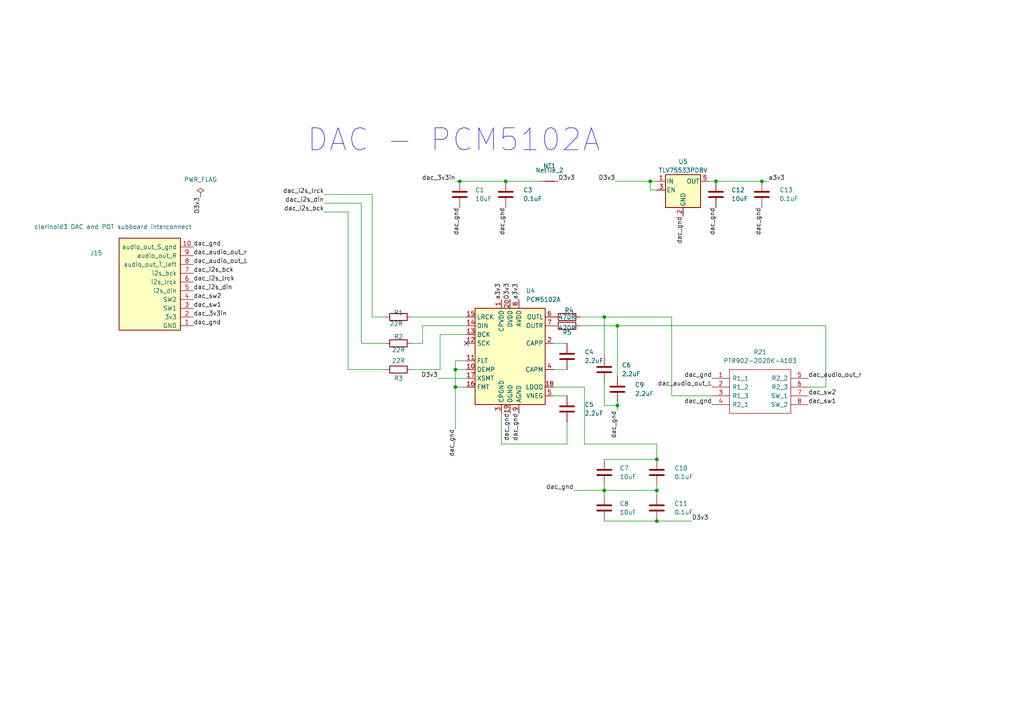
<source format=kicad_sch>
(kicad_sch (version 20211123) (generator eeschema)
  (paper "A4")
  (lib_symbols
    (symbol "Device:C" (pin_numbers hide) (pin_names (offset 0.254))
      (property "Reference" "C" (at 0.635 2.54 0))
      (property "Value" "C" (at 0.635 -2.54 0))
      (symbol "C_0_1"
        (polyline (pts (xy -2.032 -0.762) (xy 2.032 -0.762)) (stroke (width 0.508)))
        (polyline (pts (xy -2.032 0.762) (xy 2.032 0.762)) (stroke (width 0.508)))
      )
      (symbol "C_1_1"
        (pin passive line (at 0 3.81 270) (length 2.794) (name "~") (number "1"))
        (pin passive line (at 0 -3.81 90) (length 2.794) (name "~") (number "2"))
      )
    )
    (symbol "Device:NetTie_2" (pin_numbers hide) (pin_names (offset 0) hide)
      (property "Reference" "NT" (at 0 1.27 0))
      (property "Value" "NetTie_2" (at 0 -1.27 0))
      (symbol "NetTie_2_0_1"
        (polyline (pts (xy -1.27 0) (xy 1.27 0)) (stroke (width 0.254)))
      )
      (symbol "NetTie_2_1_1"
        (pin passive line (at -2.54 0 0) (length 2.54) (name "1") (number "1"))
        (pin passive line (at 2.54 0 180) (length 2.54) (name "2") (number "2"))
      )
    )
    (symbol "Device:R" (pin_numbers hide) (pin_names (offset 0))
      (property "Reference" "R" (at 2.032 0 90))
      (property "Value" "R" (at 0 0 90))
      (symbol "R_0_1"
        (rectangle (start -1.016 -2.54) (end 1.016 2.54) (stroke (width 0.254)))
      )
      (symbol "R_1_1"
        (pin passive line (at 0 3.81 270) (length 1.27) (name "~") (number "1"))
        (pin passive line (at 0 -3.81 90) (length 1.27) (name "~") (number "2"))
      )
    )
    (symbol "Regulator_Linear:TLV75533PDBV" (pin_names (offset 0.254))
      (property "Reference" "U" (at -3.81 5.715 0))
      (property "Value" "TLV75533PDBV" (at 0 5.715 0))
      (symbol "TLV75533PDBV_0_1"
        (rectangle (start -5.08 4.445) (end 5.08 -5.08) (stroke (width 0.254)) (fill (type background)))
      )
      (symbol "TLV75533PDBV_1_1"
        (pin power_in line (at -7.62 2.54 0) (length 2.54) (name "IN") (number "1"))
        (pin power_in line (at 0 -7.62 90) (length 2.54) (name "GND") (number "2"))
        (pin input line (at -7.62 0 0) (length 2.54) (name "EN") (number "3"))
        (pin no_connect line (at 5.08 0 180) (length 2.54) hide (name "NC") (number "4"))
        (pin power_out line (at 7.62 2.54 180) (length 2.54) (name "OUT") (number "5"))
      )
    )
    (symbol "SamacSys_Parts:PTR902-2020K-A103" (pin_names (offset 0.762))
      (property "Reference" "R" (at 24.13 7.62 0))
      (property "Value" "PTR902-2020K-A103" (at 24.13 5.08 0))
      (symbol "PTR902-2020K-A103_0_0"
        (pin passive line (at 0 0 0) (length 5.08) (name "R1_1") (number "1"))
        (pin passive line (at 0 -2.54 0) (length 5.08) (name "R1_2") (number "2"))
        (pin passive line (at 0 -5.08 0) (length 5.08) (name "R1_3") (number "3"))
        (pin passive line (at 0 -7.62 0) (length 5.08) (name "R2_1") (number "4"))
        (pin passive line (at 27.94 0 180) (length 5.08) (name "R2_2") (number "5"))
        (pin passive line (at 27.94 -2.54 180) (length 5.08) (name "R2_3") (number "6"))
        (pin passive line (at 27.94 -5.08 180) (length 5.08) (name "SW_1") (number "7"))
        (pin passive line (at 27.94 -7.62 180) (length 5.08) (name "SW_2") (number "8"))
      )
      (symbol "PTR902-2020K-A103_0_1"
        (polyline (pts (xy 5.08 2.54) (xy 22.86 2.54) (xy 22.86 -10.16) (xy 5.08 -10.16) (xy 5.08 2.54)) (stroke (width 0.1524)))
      )
    )
    (symbol "clarinoid2:PCM5102"
      (property "Reference" "U" (at -10.16 13.97 0))
      (property "Value" "PCM5102" (at 3.81 13.97 0))
      (symbol "PCM5102_0_1"
        (rectangle (start -10.16 12.7) (end 10.16 -15.24) (stroke (width 0.254)) (fill (type background)))
      )
      (symbol "PCM5102_1_1"
        (pin passive line (at -2.54 15.24 270) (length 2.54) (name "CPVDD") (number "1"))
        (pin input line (at -12.7 -5.08 0) (length 2.54) (name "DEMP") (number "10"))
        (pin input line (at -12.7 -2.54 0) (length 2.54) (name "FLT") (number "11"))
        (pin input line (at -12.7 2.54 0) (length 2.54) (name "SCK") (number "12"))
        (pin input line (at -12.7 5.08 0) (length 2.54) (name "BCK") (number "13"))
        (pin input line (at -12.7 7.62 0) (length 2.54) (name "DIN") (number "14"))
        (pin input line (at -12.7 10.16 0) (length 2.54) (name "LRCK") (number "15"))
        (pin input line (at -12.7 -10.16 0) (length 2.54) (name "FMT") (number "16"))
        (pin input line (at -12.7 -7.62 0) (length 2.54) (name "XSMT") (number "17"))
        (pin passive line (at 12.7 -10.16 180) (length 2.54) (name "LDOO") (number "18"))
        (pin power_in line (at 0 -17.78 90) (length 2.54) (name "DGND") (number "19"))
        (pin passive line (at 12.7 2.54 180) (length 2.54) (name "CAPP") (number "2"))
        (pin power_in line (at 0 15.24 270) (length 2.54) (name "DVDD") (number "20"))
        (pin passive line (at -2.54 -17.78 90) (length 2.54) (name "CPGND") (number "3"))
        (pin passive line (at 12.7 -5.08 180) (length 2.54) (name "CAPM") (number "4"))
        (pin power_out line (at 12.7 -12.7 180) (length 2.54) (name "VNEG") (number "5"))
        (pin output line (at 12.7 10.16 180) (length 2.54) (name "OUTL") (number "6"))
        (pin output line (at 12.7 7.62 180) (length 2.54) (name "OUTR") (number "7"))
        (pin power_in line (at 2.54 15.24 270) (length 2.54) (name "AVDD") (number "8"))
        (pin power_in line (at 2.54 -17.78 90) (length 2.54) (name "AGND") (number "9"))
      )
    )
    (symbol "clarinoid2:clarinoid3 DAC and POT subboard interconnect" (pin_names (offset 1.016))
      (property "Reference" "J" (at 0 10.16 0))
      (property "Value" "clarinoid3 DAC and POT subboard interconnect" (at 2.54 -19.05 0))
      (symbol "clarinoid3 DAC and POT subboard interconnect_1_1"
        (rectangle (start -1.27 8.89) (end 16.51 -17.78) (stroke (width 0.254)) (fill (type background)))
        (pin passive line (at -5.08 7.62 0) (length 3.81) (name "GND") (number "1"))
        (pin passive line (at -5.08 -15.24 0) (length 3.81) (name "audio_out_S_gnd") (number "10"))
        (pin passive line (at -5.08 5.08 0) (length 3.81) (name "3v3") (number "2"))
        (pin passive line (at -5.08 2.54 0) (length 3.81) (name "SW1") (number "3"))
        (pin passive line (at -5.08 0 0) (length 3.81) (name "SW2") (number "4"))
        (pin passive line (at -5.08 -2.54 0) (length 3.81) (name "i2s_din") (number "5"))
        (pin passive line (at -5.08 -5.08 0) (length 3.81) (name "i2s_lrck") (number "6"))
        (pin passive line (at -5.08 -7.62 0) (length 3.81) (name "i2s_bck") (number "7"))
        (pin passive line (at -5.08 -10.16 0) (length 3.81) (name "audio_out_T_left") (number "8"))
        (pin passive line (at -5.08 -12.7 0) (length 3.81) (name "audio_out_R") (number "9"))
      )
    )
    (symbol "power:PWR_FLAG" (power) (pin_numbers hide) (pin_names (offset 0) hide)
      (property "Value" "PWR_FLAG" (at 0 3.81 0))
      (symbol "PWR_FLAG_0_0"
        (pin power_out line (at 0 0 90) (length 0) (name "pwr") (number "1"))
      )
      (symbol "PWR_FLAG_0_1"
        (polyline (pts (xy 0 0) (xy 0 1.27) (xy -1.016 1.905) (xy 0 2.54) (xy 1.016 1.905) (xy 0 1.27)))
      )
    )
  )
  (junction (at 175.26 142.24))
  (junction (at 146.685 52.578))
  (junction (at 133.35 52.578))
  (junction (at 188.595 52.578))
  (junction (at 220.98 52.578))
  (junction (at 132.08 112.268))
  (junction (at 190.5 133.223))
  (junction (at 179.07 117.602))
  (junction (at 175.26 91.948))
  (junction (at 132.08 107.188))
  (junction (at 190.5 151.13))
  (junction (at 190.5 142.24))
  (junction (at 207.645 52.578))
  (junction (at 179.07 94.488))
  (no_connect (at 135.255 99.568))
  (wire (pts (xy 220.98 52.578) (xy 207.645 52.578)))
  (wire (pts (xy 160.655 107.188) (xy 164.465 107.188)))
  (wire (pts (xy 127 109.728) (xy 135.255 109.728)))
  (wire (pts (xy 145.415 119.888) (xy 145.415 128.778)))
  (wire (pts (xy 175.26 142.24) (xy 190.5 142.24)))
  (wire (pts (xy 166.37 142.24) (xy 175.26 142.24)))
  (wire (pts (xy 188.595 52.578) (xy 190.5 52.578)))
  (wire (pts (xy 190.5 143.51) (xy 190.5 142.24)))
  (wire (pts (xy 168.275 91.948) (xy 175.26 91.948)))
  (wire (pts (xy 133.35 52.578) (xy 132.08 52.578)))
  (wire (pts (xy 175.26 110.998) (xy 175.26 117.602)))
  (wire (pts (xy 190.5 55.118) (xy 188.595 55.118)))
  (wire (pts (xy 179.07 94.488) (xy 179.07 109.093)))
  (wire (pts (xy 160.655 99.568) (xy 164.465 99.568)))
  (wire (pts (xy 100.965 107.188) (xy 111.76 107.188)))
  (wire (pts (xy 132.08 112.268) (xy 135.255 112.268)))
  (wire (pts (xy 179.07 119.126) (xy 179.07 117.602)))
  (wire (pts (xy 169.545 112.268) (xy 169.545 128.778)))
  (wire (pts (xy 175.26 143.51) (xy 175.26 142.24)))
  (wire (pts (xy 239.522 94.488) (xy 239.522 112.268)))
  (wire (pts (xy 160.655 114.808) (xy 164.465 114.808)))
  (wire (pts (xy 175.26 117.602) (xy 179.07 117.602)))
  (wire (pts (xy 127.635 97.028) (xy 127.635 107.188)))
  (wire (pts (xy 127.635 107.188) (xy 119.38 107.188)))
  (wire (pts (xy 100.965 61.468) (xy 100.965 107.188)))
  (wire (pts (xy 194.818 91.948) (xy 194.818 114.808)))
  (wire (pts (xy 146.685 52.578) (xy 133.35 52.578)))
  (wire (pts (xy 179.07 117.602) (xy 179.07 116.713)))
  (wire (pts (xy 122.555 99.568) (xy 122.555 94.488)))
  (wire (pts (xy 132.08 112.268) (xy 132.08 124.46)))
  (wire (pts (xy 194.818 114.808) (xy 206.502 114.808)))
  (wire (pts (xy 239.522 112.268) (xy 234.442 112.268)))
  (wire (pts (xy 169.545 128.778) (xy 190.5 128.778)))
  (wire (pts (xy 93.98 61.468) (xy 100.965 61.468)))
  (wire (pts (xy 104.775 99.568) (xy 111.76 99.568)))
  (wire (pts (xy 119.38 99.568) (xy 122.555 99.568)))
  (wire (pts (xy 160.655 112.268) (xy 169.545 112.268)))
  (wire (pts (xy 222.885 52.578) (xy 220.98 52.578)))
  (wire (pts (xy 104.775 58.928) (xy 104.775 99.568)))
  (wire (pts (xy 145.415 128.778) (xy 164.465 128.778)))
  (wire (pts (xy 175.26 151.13) (xy 190.5 151.13)))
  (wire (pts (xy 135.255 104.648) (xy 132.08 104.648)))
  (wire (pts (xy 175.26 91.948) (xy 175.26 103.378)))
  (wire (pts (xy 190.5 151.13) (xy 200.66 151.13)))
  (wire (pts (xy 122.555 94.488) (xy 135.255 94.488)))
  (wire (pts (xy 207.645 52.578) (xy 205.74 52.578)))
  (wire (pts (xy 175.26 91.948) (xy 194.818 91.948)))
  (wire (pts (xy 156.845 52.578) (xy 146.685 52.578)))
  (wire (pts (xy 190.5 128.778) (xy 190.5 133.223)))
  (wire (pts (xy 188.595 55.118) (xy 188.595 52.578)))
  (wire (pts (xy 190.5 142.24) (xy 190.5 140.843)))
  (wire (pts (xy 164.465 128.778) (xy 164.465 122.428)))
  (wire (pts (xy 132.08 107.188) (xy 132.08 112.268)))
  (wire (pts (xy 175.26 142.24) (xy 175.26 140.843)))
  (wire (pts (xy 93.98 58.928) (xy 104.775 58.928)))
  (wire (pts (xy 175.26 133.223) (xy 190.5 133.223)))
  (wire (pts (xy 127.635 97.028) (xy 135.255 97.028)))
  (wire (pts (xy 107.95 91.948) (xy 111.76 91.948)))
  (wire (pts (xy 132.08 104.648) (xy 132.08 107.188)))
  (wire (pts (xy 179.07 94.488) (xy 239.522 94.488)))
  (wire (pts (xy 119.38 91.948) (xy 135.255 91.948)))
  (wire (pts (xy 93.98 56.388) (xy 107.95 56.388)))
  (wire (pts (xy 178.435 52.578) (xy 188.595 52.578)))
  (wire (pts (xy 132.08 107.188) (xy 135.255 107.188)))
  (wire (pts (xy 107.95 56.388) (xy 107.95 91.948)))
  (wire (pts (xy 168.275 94.488) (xy 179.07 94.488)))
  (text "DAC - PCM5102A" (at 88.9 44.45 0) (effects (font (size 6.35 6.35)) (justify left bottom)))
  (label "dac_i2s_din" (at 93.98 58.928 180))
  (label "dac_gnd" (at 150.495 119.888 270))
  (label "dac_gnd" (at 206.502 117.348 180))
  (label "dac_i2s_lrck" (at 93.98 56.388 180))
  (label "dac_3v3in" (at 56.134 91.948 0))
  (label "D3v3" (at 58.166 57.15 270))
  (label "dac_gnd" (at 207.645 60.198 270))
  (label "dac_gnd" (at 146.685 60.198 270))
  (label "dac_gnd" (at 198.12 62.738 270))
  (label "dac_gnd" (at 220.98 60.198 270))
  (label "D3v3" (at 127 109.728 180))
  (label "dac_i2s_lrck" (at 56.134 81.788 0))
  (label "dac_i2s_din" (at 56.134 84.328 0))
  (label "dac_sw1" (at 234.442 117.348 0))
  (label "D3v3" (at 161.925 52.578 0))
  (label "dac_gnd" (at 206.502 109.728 180))
  (label "dac_gnd" (at 166.37 142.24 180))
  (label "dac_gnd" (at 133.35 60.198 270))
  (label "dac_gnd" (at 179.07 119.126 270))
  (label "a3v3" (at 150.495 86.868 90))
  (label "D3v3" (at 200.66 151.13 0))
  (label "D3v3" (at 178.435 52.578 180))
  (label "dac_i2s_bck" (at 56.134 79.248 0))
  (label "dac_audio_out_r" (at 234.442 109.728 0))
  (label "dac_gnd" (at 56.134 94.488 0))
  (label "a3v3" (at 145.415 86.868 90))
  (label "dac_sw1" (at 56.134 89.408 0))
  (label "dac_gnd" (at 132.08 124.46 270))
  (label "a3v3" (at 222.885 52.578 0))
  (label "dac_audio_out_L" (at 206.502 112.268 180))
  (label "dac_sw2" (at 234.442 114.808 0))
  (label "dac_3v3in" (at 132.08 52.578 180))
  (label "dac_gnd" (at 56.134 71.628 0))
  (label "dac_audio_out_L" (at 56.134 76.708 0))
  (label "D3v3" (at 147.955 86.868 90))
  (label "dac_audio_out_r" (at 56.134 74.168 0))
  (label "dac_i2s_bck" (at 93.98 61.468 180))
  (label "dac_gnd" (at 147.955 119.888 270))
  (label "dac_sw2" (at 56.134 86.868 0))
  (symbol (lib_id "Device:R") (at 164.465 94.488 90) (unit 1)
    (property "Reference" "R5" (at 164.465 96.393 90))
    (property "Value" "470R" (at 164.465 95.123 90))
    (property "Footprint" "Resistor_SMD:R_0402_1005Metric" (effects hide))
    (property "LCSC part number" "C25117" (effects hide))
    (property "verif" "1" (effects hide))
  )
  (symbol (lib_id "Device:C") (at 164.465 103.378 0) (unit 1)
    (property "Reference" "C4" (at 169.545 102.1079 0) (effects (justify left)))
    (property "Value" "2.2uF" (at 169.545 104.6479 0) (effects (justify left)))
    (property "Footprint" "Capacitor_SMD:C_0402_1005Metric" (effects hide))
    (property "LCSC part number" "C12530" (effects hide))
    (property "verif" "1" (effects hide))
  )
  (symbol (lib_id "Regulator_Linear:TLV75533PDBV") (at 198.12 55.118 0) (unit 1)
    (property "Reference" "U5" (at 198.12 46.863 0))
    (property "Value" "TLV75533PDBV" (at 198.12 49.403 0))
    (property "Footprint" "Package_TO_SOT_SMD:SOT-23-5" (effects hide))
    (property "Datasheet" "http://www.ti.com/lit/ds/symlink/tlv755p.pdf" (effects hide))
    (property "LCSC part number" "C404027" (effects hide))
    (property "verif" "1" (effects hide))
  )
  (symbol (lib_id "Device:C") (at 190.5 137.033 0) (unit 1)
    (property "Reference" "C10" (at 195.58 135.7629 0) (effects (justify left)))
    (property "Value" "0.1uF" (at 195.58 138.3029 0) (effects (justify left)))
    (property "Footprint" "Capacitor_SMD:C_0402_1005Metric" (effects hide))
    (property "LCSC part number" "C1525" (effects hide))
    (property "verif" "1" (effects hide))
  )
  (symbol (lib_id "clarinoid2:PCM5102") (at 147.955 102.108 0) (unit 1)
    (property "Reference" "U4" (at 152.5144 84.328 0) (effects (justify left)))
    (property "Value" "PCM5102A" (at 152.5144 86.868 0) (effects (justify left)))
    (property "Footprint" "Package_SO:TSSOP-20_4.4x6.5mm_P0.65mm" (effects hide))
    (property "Datasheet" "http://www.ti.com/lit/ds/symlink/pcm5102.pdf" (effects hide))
    (property "LCSC part number" "C107671" (effects hide))
    (property "verif" "1" (effects hide))
  )
  (symbol (lib_id "Device:R") (at 164.465 91.948 90) (unit 1)
    (property "Reference" "R4" (at 165.1 90.043 90))
    (property "Value" "470R" (at 164.465 91.948 90))
    (property "Footprint" "Resistor_SMD:R_0402_1005Metric" (effects hide))
    (property "LCSC part number" "C25117" (effects hide))
    (property "verif" "1" (effects hide))
  )
  (symbol (lib_id "Device:C") (at 179.07 112.903 0) (unit 1)
    (property "Reference" "C9" (at 184.15 111.6329 0) (effects (justify left)))
    (property "Value" "2.2uF" (at 184.15 114.1729 0) (effects (justify left)))
    (property "Footprint" "Capacitor_SMD:C_0402_1005Metric" (effects hide))
    (property "LCSC part number" "C12530" (effects hide))
    (property "verif" "1" (effects hide))
  )
  (symbol (lib_id "Device:R") (at 115.57 99.568 90) (unit 1)
    (property "Reference" "R2" (at 115.57 97.663 90))
    (property "Value" "22R" (at 115.57 101.473 90))
    (property "Footprint" "Resistor_SMD:R_0402_1005Metric" (effects hide))
    (property "LCSC part number" "C25092" (effects hide))
    (property "verif" "1" (effects hide))
  )
  (symbol (lib_id "clarinoid2:clarinoid3 DAC and POT subboard interconnect") (at 51.054 86.868 180) (unit 1)
    (property "Reference" "J15" (at 27.94 73.406 0))
    (property "Value" "clarinoid3 DAC and POT subboard interconnect" (at 32.766 65.786 0))
    (property "Footprint" "clarinoid2:Bourns_POT_PTR902-2020K-A103 Panel subboard castellated header" (effects hide))
  )
  (symbol (lib_id "Device:C") (at 175.26 147.32 0) (unit 1)
    (property "Reference" "C8" (at 179.705 146.0499 0) (effects (justify left)))
    (property "Value" "10uF" (at 179.705 148.5899 0) (effects (justify left)))
    (property "Footprint" "Capacitor_SMD:C_0402_1005Metric" (effects hide))
    (property "LCSC part number" "C15525" (effects hide))
    (property "verif" "1" (effects hide))
  )
  (symbol (lib_id "Device:C") (at 220.98 56.388 0) (unit 1)
    (property "Reference" "C13" (at 226.06 55.1179 0) (effects (justify left)))
    (property "Value" "0.1uF" (at 226.06 57.6579 0) (effects (justify left)))
    (property "Footprint" "Capacitor_SMD:C_0402_1005Metric" (effects hide))
    (property "LCSC part number" "C1525" (effects hide))
    (property "verif" "1" (effects hide))
  )
  (symbol (lib_id "Device:C") (at 164.465 118.618 0) (unit 1)
    (property "Reference" "C5" (at 169.545 117.3479 0) (effects (justify left)))
    (property "Value" "2.2uF" (at 169.545 119.8879 0) (effects (justify left)))
    (property "Footprint" "Capacitor_SMD:C_0402_1005Metric" (effects hide))
    (property "LCSC part number" "C12530" (effects hide))
    (property "verif" "1" (effects hide))
  )
  (symbol (lib_id "Device:C") (at 175.26 137.033 0) (unit 1)
    (property "Reference" "C7" (at 179.705 135.7629 0) (effects (justify left)))
    (property "Value" "10uF" (at 179.705 138.3029 0) (effects (justify left)))
    (property "Footprint" "Capacitor_SMD:C_0402_1005Metric" (effects hide))
    (property "LCSC part number" "C15525" (effects hide))
    (property "verif" "1" (effects hide))
  )
  (symbol (lib_id "Device:R") (at 115.57 91.948 90) (unit 1)
    (property "Reference" "R1" (at 115.57 90.678 90))
    (property "Value" "22R" (at 114.935 93.853 90))
    (property "Footprint" "Resistor_SMD:R_0402_1005Metric" (effects hide))
    (property "LCSC part number" "C25092" (effects hide))
    (property "verif" "1" (effects hide))
  )
  (symbol (lib_id "Device:C") (at 175.26 107.188 0) (unit 1)
    (property "Reference" "C6" (at 180.34 105.9179 0) (effects (justify left)))
    (property "Value" "2.2uF" (at 180.34 108.4579 0) (effects (justify left)))
    (property "Footprint" "Capacitor_SMD:C_0402_1005Metric" (effects hide))
    (property "LCSC part number" "C12530" (effects hide))
    (property "verif" "1" (effects hide))
  )
  (symbol (lib_id "SamacSys_Parts:PTR902-2020K-A103") (at 206.502 109.728 0) (unit 1)
    (property "Reference" "R21" (at 220.472 102.108 0))
    (property "Value" "PTR902-2020K-A103" (at 220.472 104.648 0))
    (property "Footprint" "SamacSys_Parts:PTR902-2020K-A103" (effects hide))
    (property "Datasheet" "http://www.bourns.com/docs/Product-Datasheets/PTR90.pdf" (effects hide))
    (property "Description" "Potentiometers 10K AUDIO" (effects hide))
    (property "Mouser Part Number" "652-PTR902-2020KA103" (effects hide))
    (property "Mouser Price/Stock" "https://www.mouser.co.uk/ProductDetail/Bourns/PTR902-2020K-A103?qs=Qzws7J6gxqzqq9dgeyqnag%3D%3D" (effects hide))
    (property "Manufacturer_Name" "Bourns" (effects hide))
    (property "Manufacturer_Part_Number" "PTR902-2020K-A103" (effects hide))
  )
  (symbol (lib_id "Device:C") (at 207.645 56.388 0) (unit 1)
    (property "Reference" "C12" (at 212.09 55.1179 0) (effects (justify left)))
    (property "Value" "10uF" (at 212.09 57.6579 0) (effects (justify left)))
    (property "Footprint" "Capacitor_SMD:C_0402_1005Metric" (effects hide))
    (property "LCSC part number" "C15525" (effects hide))
    (property "verif" "1" (effects hide))
  )
  (symbol (lib_id "Device:C") (at 146.685 56.388 0) (unit 1)
    (property "Reference" "C3" (at 151.765 55.1179 0) (effects (justify left)))
    (property "Value" "0.1uF" (at 151.765 57.6579 0) (effects (justify left)))
    (property "Footprint" "Capacitor_SMD:C_0402_1005Metric" (effects hide))
    (property "LCSC part number" "C1525" (effects hide))
    (property "verif" "1" (effects hide))
  )
  (symbol (lib_id "Device:NetTie_2") (at 159.385 52.578 0) (unit 1) (in_bom no)
    (property "Reference" "NT1" (at 159.385 48.133 0))
    (property "Value" "NetTie_2" (at 159.385 49.403 0))
    (property "Footprint" "NetTie:NetTie-2_SMD_Pad0.5mm" (effects hide))
    (property "LCSC part number" "-" (effects hide))
    (property "verif" "1" (effects hide))
  )
  (symbol (lib_id "Device:C") (at 190.5 147.32 0) (unit 1)
    (property "Reference" "C11" (at 195.58 146.0499 0) (effects (justify left)))
    (property "Value" "0.1uF" (at 195.58 148.5899 0) (effects (justify left)))
    (property "Footprint" "Capacitor_SMD:C_0402_1005Metric" (effects hide))
    (property "LCSC part number" "C1525" (effects hide))
    (property "verif" "1" (effects hide))
  )
  (symbol (lib_id "Device:R") (at 115.57 107.188 90) (unit 1)
    (property "Reference" "R3" (at 115.57 109.728 90))
    (property "Value" "22R" (at 115.57 104.648 90))
    (property "Footprint" "Resistor_SMD:R_0402_1005Metric" (effects hide))
    (property "LCSC part number" "C25092" (effects hide))
    (property "verif" "1" (effects hide))
  )
  (symbol (lib_id "Device:C") (at 133.35 56.388 0) (unit 1)
    (property "Reference" "C1" (at 137.795 55.1179 0) (effects (justify left)))
    (property "Value" "10uF" (at 137.795 57.6579 0) (effects (justify left)))
    (property "Footprint" "Capacitor_SMD:C_0402_1005Metric" (effects hide))
    (property "LCSC part number" "C15525" (effects hide))
    (property "verif" "1" (effects hide))
  )
  (symbol (lib_id "power:PWR_FLAG") (at 58.166 57.15 0) (unit 1)
    (property "Reference" "#FLG0102" (effects hide))
    (property "Value" "PWR_FLAG" (at 58.166 52.07 0))
  )
)
</source>
